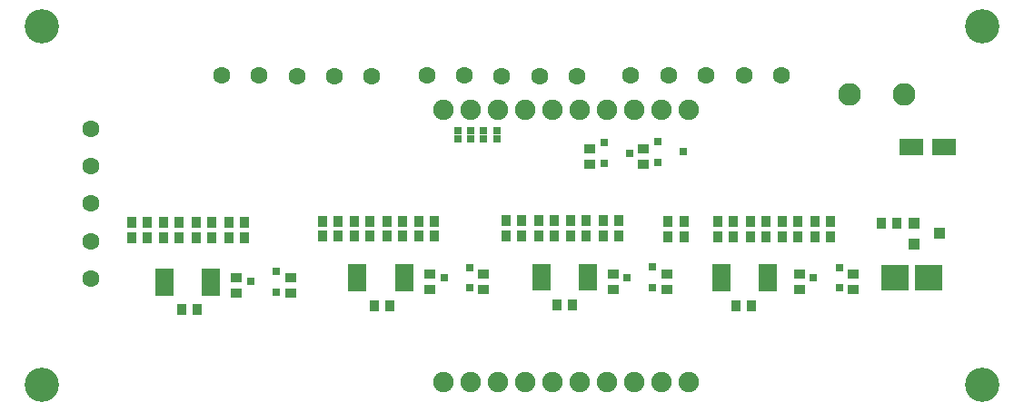
<source format=gbr>
%TF.GenerationSoftware,Altium Limited,Altium Designer,24.8.2 (39)*%
G04 Layer_Color=8388736*
%FSLAX45Y45*%
%MOMM*%
%TF.SameCoordinates,FC40D359-564B-479C-ACF9-AE4C40DE52D9*%
%TF.FilePolarity,Negative*%
%TF.FileFunction,Soldermask,Top*%
%TF.Part,Single*%
G01*
G75*
%TA.AperFunction,SMDPad,CuDef*%
%ADD13R,0.80000X0.80000*%
%ADD17R,2.20000X1.60000*%
%ADD34R,1.00320X0.85320*%
%ADD35R,1.65320X0.50320*%
%ADD36R,0.85320X1.00320*%
%ADD37R,0.70320X0.70320*%
%ADD38R,2.65320X2.35320*%
%ADD39R,1.00320X1.00320*%
%TA.AperFunction,ComponentPad*%
%ADD40C,1.60320*%
%TA.AperFunction,ViaPad*%
%ADD41C,3.20320*%
%TA.AperFunction,ComponentPad*%
%ADD42C,2.10320*%
%ADD43C,1.90320*%
D13*
X9617500Y3830000D02*
D03*
X9857500Y3925000D02*
D03*
Y3735000D02*
D03*
X13364999Y3775000D02*
D03*
Y3965000D02*
D03*
X13125000Y3870000D02*
D03*
X11420000Y3865000D02*
D03*
X11660000Y3960000D02*
D03*
Y3770000D02*
D03*
X14862500Y3867500D02*
D03*
X15102499Y3962500D02*
D03*
Y3772500D02*
D03*
X13150000Y5030000D02*
D03*
X12910001Y4935000D02*
D03*
Y5125000D02*
D03*
X13650000Y5040000D02*
D03*
X13410001Y4945000D02*
D03*
Y5135000D02*
D03*
D17*
X16077499Y5085000D02*
D03*
X15777499D02*
D03*
D34*
X9990000Y3720000D02*
D03*
Y3865000D02*
D03*
X9487500Y3720000D02*
D03*
Y3865000D02*
D03*
X11290000Y3752500D02*
D03*
Y3897500D02*
D03*
X11790000Y3752500D02*
D03*
Y3897500D02*
D03*
X12995000Y3757500D02*
D03*
Y3902500D02*
D03*
X13495000Y3757500D02*
D03*
Y3902500D02*
D03*
X14732500Y3755000D02*
D03*
Y3900000D02*
D03*
X15232500Y3755000D02*
D03*
Y3900000D02*
D03*
X12780000Y5072500D02*
D03*
Y4927500D02*
D03*
X13280000Y5072500D02*
D03*
Y4927500D02*
D03*
D35*
X9247500Y3725000D02*
D03*
Y3775000D02*
D03*
Y3825000D02*
D03*
Y3875000D02*
D03*
Y3925000D02*
D03*
X8812500Y3725000D02*
D03*
Y3775000D02*
D03*
Y3825000D02*
D03*
Y3875000D02*
D03*
Y3925000D02*
D03*
X14005000Y3965000D02*
D03*
Y3915000D02*
D03*
Y3865000D02*
D03*
Y3815000D02*
D03*
Y3765000D02*
D03*
X14439999Y3965000D02*
D03*
Y3915000D02*
D03*
Y3865000D02*
D03*
Y3815000D02*
D03*
Y3765000D02*
D03*
X11047500D02*
D03*
Y3815000D02*
D03*
Y3865000D02*
D03*
Y3915000D02*
D03*
Y3965000D02*
D03*
X10612500Y3765000D02*
D03*
Y3815000D02*
D03*
Y3865000D02*
D03*
Y3915000D02*
D03*
Y3965000D02*
D03*
X12762500Y3770000D02*
D03*
Y3820000D02*
D03*
Y3870000D02*
D03*
Y3920000D02*
D03*
Y3970000D02*
D03*
X12327500Y3770000D02*
D03*
Y3820000D02*
D03*
Y3870000D02*
D03*
Y3920000D02*
D03*
Y3970000D02*
D03*
D36*
X9562500Y4385000D02*
D03*
X9417500D02*
D03*
X9115000D02*
D03*
X9260000D02*
D03*
X8955000D02*
D03*
X8810000D02*
D03*
X8507500D02*
D03*
X8652500D02*
D03*
X9115000Y4242500D02*
D03*
X9260000D02*
D03*
X9562500D02*
D03*
X9417500D02*
D03*
X8955000D02*
D03*
X8810000D02*
D03*
X8507500D02*
D03*
X8652500D02*
D03*
X9122500Y3570000D02*
D03*
X8977500D02*
D03*
X14120000Y4390000D02*
D03*
X13975000D02*
D03*
X14275000D02*
D03*
X14420000D02*
D03*
X14875000Y4250000D02*
D03*
X15020000D02*
D03*
X14720000D02*
D03*
X14575000D02*
D03*
X14720000Y4390000D02*
D03*
X14575000D02*
D03*
X14275000Y4250000D02*
D03*
X14420000D02*
D03*
X14120000D02*
D03*
X13975000D02*
D03*
X14875000Y4390000D02*
D03*
X15020000D02*
D03*
X15642500Y4372500D02*
D03*
X15497501D02*
D03*
X10287500Y4395000D02*
D03*
X10432500D02*
D03*
X10732500D02*
D03*
X10587500D02*
D03*
X10887500D02*
D03*
X11032500D02*
D03*
X11332500D02*
D03*
X11187500D02*
D03*
X12002500Y4400000D02*
D03*
X12147500D02*
D03*
X12447500D02*
D03*
X12302500D02*
D03*
X12602500D02*
D03*
X12747500D02*
D03*
X13047501D02*
D03*
X12902499D02*
D03*
X13655000Y4247500D02*
D03*
X13510001D02*
D03*
X13655000Y4387500D02*
D03*
X13510001D02*
D03*
X10287500Y4255000D02*
D03*
X10432500D02*
D03*
X10732500D02*
D03*
X10587500D02*
D03*
X10887500D02*
D03*
X11032500D02*
D03*
X11332500D02*
D03*
X11187500D02*
D03*
X10912500Y3605000D02*
D03*
X10767500D02*
D03*
X12002500Y4260000D02*
D03*
X12147500D02*
D03*
X12447500D02*
D03*
X12302500D02*
D03*
X12602500D02*
D03*
X12747500D02*
D03*
X13047501D02*
D03*
X12902499D02*
D03*
X12617500Y3610000D02*
D03*
X12472500D02*
D03*
X14285001Y3605000D02*
D03*
X14139999D02*
D03*
D37*
X11912500Y5160000D02*
D03*
Y5238900D02*
D03*
X11670000D02*
D03*
Y5160000D02*
D03*
X11550000Y5161100D02*
D03*
Y5240000D02*
D03*
X11790000Y5160000D02*
D03*
Y5238900D02*
D03*
D38*
X15622501Y3865000D02*
D03*
X15937500D02*
D03*
D39*
X16039999Y4277500D02*
D03*
X15800000Y4182500D02*
D03*
Y4372500D02*
D03*
D40*
X8127500Y5257200D02*
D03*
Y4907500D02*
D03*
X8128400Y4557100D02*
D03*
X8127300Y3857600D02*
D03*
Y4207100D02*
D03*
X12660000Y5750000D02*
D03*
X12310300D02*
D03*
X11959900Y5749100D02*
D03*
X11260400Y5750200D02*
D03*
X11609900D02*
D03*
X14563078Y5753900D02*
D03*
X14213379D02*
D03*
X13862979Y5753000D02*
D03*
X13163480Y5754100D02*
D03*
X13512979D02*
D03*
X10749700Y5750000D02*
D03*
X10400000D02*
D03*
X10049600Y5749100D02*
D03*
X9350100Y5750200D02*
D03*
X9699600D02*
D03*
D41*
X16437500Y6210000D02*
D03*
X16436340Y2865120D02*
D03*
X7670800Y6210300D02*
D03*
Y2865120D02*
D03*
D42*
X15709900Y5575300D02*
D03*
X15201900D02*
D03*
D43*
X13700760Y5432500D02*
D03*
X13446761D02*
D03*
X13192760D02*
D03*
X12938760D02*
D03*
X12684760D02*
D03*
X12430760D02*
D03*
X12176760D02*
D03*
X11922760D02*
D03*
X11668760D02*
D03*
X11414760D02*
D03*
X13700760Y2892500D02*
D03*
X13446761D02*
D03*
X13192760D02*
D03*
X12938760D02*
D03*
X12684760D02*
D03*
X12430760D02*
D03*
X12176760D02*
D03*
X11922760D02*
D03*
X11668760D02*
D03*
X11414760D02*
D03*
%TF.MD5,62c55166ed6bcf4c53eca91b036e1d35*%
M02*

</source>
